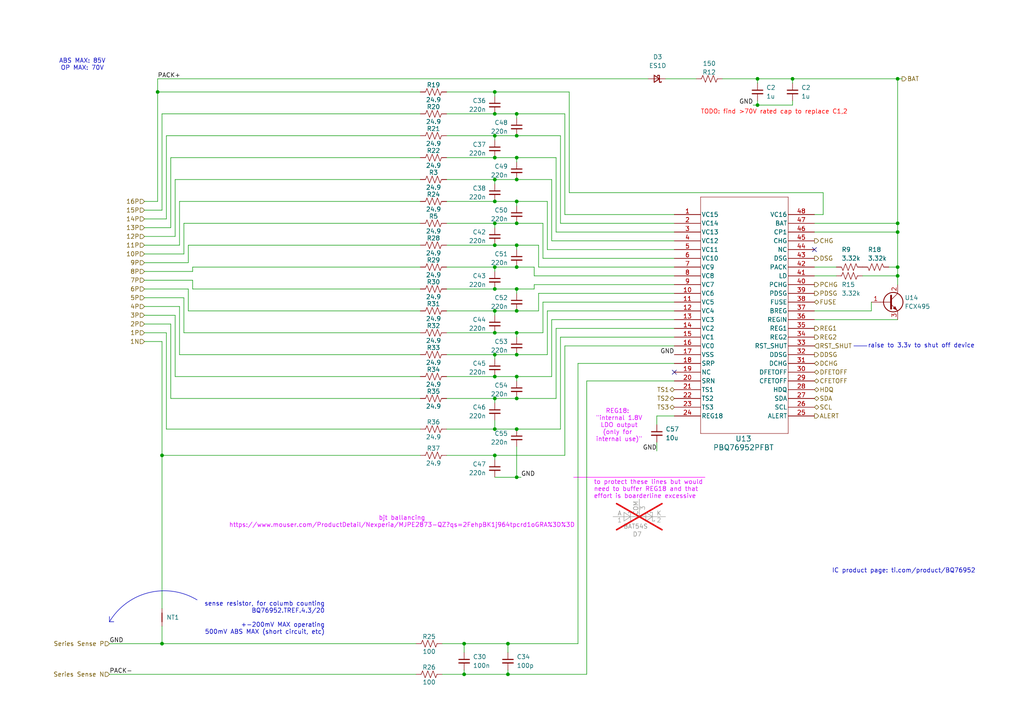
<source format=kicad_sch>
(kicad_sch (version 20250114) (generator "eeschema") (generator_version "9.0")
  (paper "A4")
  (arc (start 31.75 180.34) (mid 43.1349 171.9045) (end 57.15 173.99))
  (text "raise to 3.3v to shut off device" (at 267.208 100.33 0) (effects (font (size 1.27 1.27))))
  (text "bjt ballancing\nhttps://www.mouser.com/ProductDetail/Nexperia/MJPE2873-QZ?qs=2FehpBK1j964tpcrd1oGRA%3D%3D" (at 116.586 151.384 0) (effects (font (size 1.27 1.27))))
  (text "TODO: find >70V rated cap to replace C1,2" (at 224.536 32.512 0) (effects (font (size 1.27 1.27))))
  (text "ABS MAX: 85V\nOP MAX: 70V" (at 23.876 18.796 0) (effects (font (size 1.27 1.27))))
  (text "sense resistor, for columb counting\nBQ76952.TREF.4.3/20\n\n+-200mV MAX operating\n500mV ABS MAX (short circuit, etc)" (at 94.234 174.498 0) (effects (font (size 1.27 1.27)) (justify right top)))
  (text "IC product page: ti.com/product/BQ76952" (at 262.128 165.608 0) (effects (font (size 1.27 1.27))))
  (text "REG18: \n\"internal 1.8V\n LDO output \n(only for \ninternal use)\"" (at 179.578 123.444 0) (effects (font (size 1.27 1.27))))
  (text "to protect these lines but would \nneed to buffer REG18 and that \neffort is boarderline excessive" (at 172.212 139.192 0) (effects (font (size 1.27 1.27)) (justify left top)))
  (junction (at 149.86 52.07))
  (junction (at 149.86 77.47))
  (junction (at 143.51 124.46))
  (junction (at 143.51 83.82))
  (junction (at 260.35 64.77))
  (junction (at 147.32 186.69))
  (junction (at 143.51 39.37))
  (junction (at 149.86 33.02))
  (junction (at 143.51 71.12))
  (junction (at 260.35 22.86))
  (junction (at 45.72 26.67))
  (junction (at 134.62 195.58))
  (junction (at 260.35 80.01))
  (junction (at 143.51 115.57))
  (junction (at 149.86 138.43))
  (junction (at 260.35 67.31))
  (junction (at 147.32 195.58))
  (junction (at 143.51 132.08))
  (junction (at 143.51 45.72))
  (junction (at 229.87 22.86))
  (junction (at 149.86 124.46))
  (junction (at 149.86 83.82))
  (junction (at 46.99 132.08))
  (junction (at 149.86 45.72))
  (junction (at 143.51 77.47))
  (junction (at 149.86 115.57))
  (junction (at 46.99 186.69))
  (junction (at 143.51 33.02))
  (junction (at 143.51 102.87))
  (junction (at 149.86 102.87))
  (junction (at 143.51 90.17))
  (junction (at 149.86 64.77))
  (junction (at 219.71 22.86))
  (junction (at 143.51 52.07))
  (junction (at 219.71 30.48))
  (junction (at 149.86 58.42))
  (junction (at 143.51 109.22))
  (junction (at 143.51 96.52))
  (junction (at 149.86 109.22))
  (junction (at 149.86 39.37))
  (junction (at 260.35 77.47))
  (junction (at 149.86 90.17))
  (junction (at 143.51 58.42))
  (junction (at 149.86 71.12))
  (junction (at 134.62 186.69))
  (junction (at 149.86 96.52))
  (junction (at 143.51 26.67))
  (junction (at 143.51 64.77))
  (no_connect (at 195.58 107.95))
  (no_connect (at 236.22 72.39))
  (wire (pts (xy 143.51 96.52) (xy 149.86 96.52)))
  (polyline (pts (xy 31.75 178.816) (xy 31.75 180.34)))
  (wire (pts (xy 260.35 77.47) (xy 260.35 80.01)))
  (wire (pts (xy 55.88 81.28) (xy 55.88 83.82)))
  (wire (pts (xy 41.91 91.44) (xy 50.8 91.44)))
  (wire (pts (xy 238.76 62.23) (xy 236.22 62.23)))
  (wire (pts (xy 162.56 39.37) (xy 162.56 64.77)))
  (wire (pts (xy 260.35 67.31) (xy 260.35 77.47)))
  (wire (pts (xy 163.83 100.33) (xy 163.83 132.08)))
  (wire (pts (xy 129.54 83.82) (xy 143.51 83.82)))
  (wire (pts (xy 149.86 83.82) (xy 149.86 85.09)))
  (wire (pts (xy 41.91 96.52) (xy 48.26 96.52)))
  (wire (pts (xy 157.48 64.77) (xy 157.48 74.93)))
  (wire (pts (xy 48.26 63.5) (xy 48.26 39.37)))
  (wire (pts (xy 149.86 33.02) (xy 149.86 34.29)))
  (wire (pts (xy 52.07 71.12) (xy 52.07 58.42)))
  (wire (pts (xy 236.22 77.47) (xy 242.57 77.47)))
  (wire (pts (xy 149.86 109.22) (xy 160.02 109.22)))
  (wire (pts (xy 158.75 72.39) (xy 158.75 58.42)))
  (wire (pts (xy 149.86 109.22) (xy 149.86 110.49)))
  (polyline (pts (xy 31.75 180.34) (xy 33.02 180.34)))
  (wire (pts (xy 190.5 123.19) (xy 190.5 120.65)))
  (wire (pts (xy 154.94 82.55) (xy 195.58 82.55)))
  (wire (pts (xy 229.87 30.48) (xy 229.87 29.21)))
  (wire (pts (xy 149.86 77.47) (xy 154.94 77.47)))
  (wire (pts (xy 129.54 90.17) (xy 143.51 90.17)))
  (wire (pts (xy 195.58 67.31) (xy 161.29 67.31)))
  (wire (pts (xy 143.51 53.34) (xy 143.51 52.07)))
  (wire (pts (xy 143.51 45.72) (xy 149.86 45.72)))
  (wire (pts (xy 163.83 62.23) (xy 163.83 33.02)))
  (wire (pts (xy 55.88 78.74) (xy 55.88 77.47)))
  (wire (pts (xy 260.35 80.01) (xy 260.35 82.55)))
  (wire (pts (xy 143.51 27.94) (xy 143.51 26.67)))
  (wire (pts (xy 149.86 71.12) (xy 156.21 71.12)))
  (wire (pts (xy 128.27 195.58) (xy 134.62 195.58)))
  (wire (pts (xy 50.8 68.58) (xy 50.8 52.07)))
  (wire (pts (xy 49.53 93.98) (xy 49.53 115.57)))
  (wire (pts (xy 257.81 77.47) (xy 260.35 77.47)))
  (wire (pts (xy 149.86 71.12) (xy 149.86 72.39)))
  (wire (pts (xy 165.1 55.88) (xy 238.76 55.88)))
  (wire (pts (xy 149.86 58.42) (xy 149.86 59.69)))
  (wire (pts (xy 143.51 64.77) (xy 149.86 64.77)))
  (wire (pts (xy 41.91 76.2) (xy 54.61 76.2)))
  (wire (pts (xy 45.72 58.42) (xy 45.72 26.67)))
  (wire (pts (xy 41.91 83.82) (xy 54.61 83.82)))
  (wire (pts (xy 46.99 186.69) (xy 120.65 186.69)))
  (wire (pts (xy 45.72 22.86) (xy 187.96 22.86)))
  (wire (pts (xy 143.51 71.12) (xy 149.86 71.12)))
  (wire (pts (xy 129.54 115.57) (xy 143.51 115.57)))
  (wire (pts (xy 156.21 77.47) (xy 195.58 77.47)))
  (wire (pts (xy 41.91 73.66) (xy 53.34 73.66)))
  (wire (pts (xy 129.54 33.02) (xy 143.51 33.02)))
  (wire (pts (xy 160.02 92.71) (xy 195.58 92.71)))
  (wire (pts (xy 149.86 124.46) (xy 162.56 124.46)))
  (wire (pts (xy 46.99 99.06) (xy 46.99 132.08)))
  (wire (pts (xy 162.56 64.77) (xy 195.58 64.77)))
  (wire (pts (xy 149.86 64.77) (xy 157.48 64.77)))
  (wire (pts (xy 48.26 124.46) (xy 121.92 124.46)))
  (wire (pts (xy 134.62 195.58) (xy 147.32 195.58)))
  (wire (pts (xy 55.88 77.47) (xy 121.92 77.47)))
  (wire (pts (xy 160.02 52.07) (xy 160.02 69.85)))
  (wire (pts (xy 129.54 109.22) (xy 143.51 109.22)))
  (wire (pts (xy 162.56 97.79) (xy 195.58 97.79)))
  (wire (pts (xy 129.54 71.12) (xy 143.51 71.12)))
  (wire (pts (xy 41.91 71.12) (xy 52.07 71.12)))
  (wire (pts (xy 160.02 109.22) (xy 160.02 92.71)))
  (wire (pts (xy 236.22 92.71) (xy 260.35 92.71)))
  (wire (pts (xy 46.99 33.02) (xy 121.92 33.02)))
  (wire (pts (xy 149.86 45.72) (xy 149.86 46.99)))
  (wire (pts (xy 129.54 124.46) (xy 143.51 124.46)))
  (wire (pts (xy 54.61 76.2) (xy 54.61 71.12)))
  (wire (pts (xy 31.75 186.69) (xy 46.99 186.69)))
  (wire (pts (xy 41.91 81.28) (xy 55.88 81.28)))
  (wire (pts (xy 163.83 33.02) (xy 149.86 33.02)))
  (wire (pts (xy 129.54 39.37) (xy 143.51 39.37)))
  (wire (pts (xy 46.99 132.08) (xy 121.92 132.08)))
  (wire (pts (xy 53.34 64.77) (xy 121.92 64.77)))
  (wire (pts (xy 54.61 71.12) (xy 121.92 71.12)))
  (wire (pts (xy 143.51 33.02) (xy 149.86 33.02)))
  (wire (pts (xy 162.56 124.46) (xy 162.56 97.79)))
  (wire (pts (xy 50.8 109.22) (xy 121.92 109.22)))
  (wire (pts (xy 129.54 58.42) (xy 143.51 58.42)))
  (wire (pts (xy 149.86 96.52) (xy 149.86 97.79)))
  (wire (pts (xy 161.29 115.57) (xy 161.29 95.25)))
  (wire (pts (xy 41.91 60.96) (xy 46.99 60.96)))
  (wire (pts (xy 49.53 115.57) (xy 121.92 115.57)))
  (wire (pts (xy 190.5 120.65) (xy 195.58 120.65)))
  (wire (pts (xy 41.91 68.58) (xy 50.8 68.58)))
  (wire (pts (xy 54.61 90.17) (xy 121.92 90.17)))
  (wire (pts (xy 143.51 124.46) (xy 149.86 124.46)))
  (wire (pts (xy 143.51 58.42) (xy 149.86 58.42)))
  (wire (pts (xy 163.83 100.33) (xy 195.58 100.33)))
  (wire (pts (xy 143.51 77.47) (xy 149.86 77.47)))
  (wire (pts (xy 157.48 74.93) (xy 195.58 74.93)))
  (wire (pts (xy 143.51 115.57) (xy 149.86 115.57)))
  (wire (pts (xy 143.51 109.22) (xy 149.86 109.22)))
  (wire (pts (xy 128.27 186.69) (xy 134.62 186.69)))
  (wire (pts (xy 143.51 90.17) (xy 149.86 90.17)))
  (wire (pts (xy 143.51 39.37) (xy 149.86 39.37)))
  (wire (pts (xy 160.02 69.85) (xy 195.58 69.85)))
  (wire (pts (xy 165.1 26.67) (xy 165.1 55.88)))
  (wire (pts (xy 52.07 58.42) (xy 121.92 58.42)))
  (wire (pts (xy 154.94 80.01) (xy 195.58 80.01)))
  (polyline (pts (xy 31.75 180.34) (xy 31.75 180.34)))
  (polyline (pts (xy 247.65 100.33) (xy 251.46 100.33)))
  (wire (pts (xy 143.51 102.87) (xy 149.86 102.87)))
  (wire (pts (xy 161.29 95.25) (xy 195.58 95.25)))
  (wire (pts (xy 129.54 45.72) (xy 143.51 45.72)))
  (wire (pts (xy 54.61 83.82) (xy 54.61 90.17)))
  (wire (pts (xy 31.75 195.58) (xy 120.65 195.58)))
  (wire (pts (xy 53.34 86.36) (xy 53.34 96.52)))
  (wire (pts (xy 50.8 52.07) (xy 121.92 52.07)))
  (wire (pts (xy 45.72 26.67) (xy 121.92 26.67)))
  (wire (pts (xy 41.91 88.9) (xy 52.07 88.9)))
  (wire (pts (xy 156.21 90.17) (xy 156.21 85.09)))
  (wire (pts (xy 219.71 29.21) (xy 219.71 30.48)))
  (wire (pts (xy 154.94 77.47) (xy 154.94 80.01)))
  (wire (pts (xy 156.21 71.12) (xy 156.21 77.47)))
  (wire (pts (xy 49.53 45.72) (xy 121.92 45.72)))
  (wire (pts (xy 156.21 85.09) (xy 195.58 85.09)))
  (wire (pts (xy 143.51 91.44) (xy 143.51 90.17)))
  (wire (pts (xy 41.91 58.42) (xy 45.72 58.42)))
  (wire (pts (xy 167.64 105.41) (xy 195.58 105.41)))
  (wire (pts (xy 250.19 80.01) (xy 260.35 80.01)))
  (wire (pts (xy 147.32 186.69) (xy 147.32 189.23)))
  (wire (pts (xy 143.51 116.84) (xy 143.51 115.57)))
  (wire (pts (xy 134.62 189.23) (xy 134.62 186.69)))
  (wire (pts (xy 134.62 186.69) (xy 147.32 186.69)))
  (wire (pts (xy 147.32 186.69) (xy 167.64 186.69)))
  (wire (pts (xy 143.51 133.35) (xy 143.51 132.08)))
  (wire (pts (xy 143.51 124.46) (xy 143.51 121.92)))
  (wire (pts (xy 129.54 96.52) (xy 143.51 96.52)))
  (wire (pts (xy 158.75 90.17) (xy 195.58 90.17)))
  (wire (pts (xy 236.22 67.31) (xy 260.35 67.31)))
  (wire (pts (xy 53.34 96.52) (xy 121.92 96.52)))
  (wire (pts (xy 158.75 58.42) (xy 149.86 58.42)))
  (wire (pts (xy 260.35 64.77) (xy 236.22 64.77)))
  (wire (pts (xy 46.99 181.61) (xy 46.99 186.69)))
  (wire (pts (xy 157.48 87.63) (xy 195.58 87.63)))
  (wire (pts (xy 195.58 62.23) (xy 163.83 62.23)))
  (wire (pts (xy 157.48 96.52) (xy 157.48 87.63)))
  (wire (pts (xy 129.54 64.77) (xy 143.51 64.77)))
  (wire (pts (xy 45.72 26.67) (xy 45.72 22.86)))
  (wire (pts (xy 143.51 78.74) (xy 143.51 77.47)))
  (wire (pts (xy 52.07 102.87) (xy 121.92 102.87)))
  (wire (pts (xy 46.99 60.96) (xy 46.99 33.02)))
  (wire (pts (xy 219.71 22.86) (xy 229.87 22.86)))
  (wire (pts (xy 147.32 195.58) (xy 170.18 195.58)))
  (wire (pts (xy 49.53 66.04) (xy 49.53 45.72)))
  (wire (pts (xy 143.51 40.64) (xy 143.51 39.37)))
  (wire (pts (xy 209.55 22.86) (xy 219.71 22.86)))
  (wire (pts (xy 46.99 132.08) (xy 46.99 176.53)))
  (wire (pts (xy 41.91 99.06) (xy 46.99 99.06)))
  (wire (pts (xy 151.13 138.43) (xy 149.86 138.43)))
  (wire (pts (xy 41.91 66.04) (xy 49.53 66.04)))
  (wire (pts (xy 48.26 96.52) (xy 48.26 124.46)))
  (wire (pts (xy 161.29 67.31) (xy 161.29 45.72)))
  (wire (pts (xy 134.62 195.58) (xy 134.62 194.31)))
  (wire (pts (xy 52.07 88.9) (xy 52.07 102.87)))
  (wire (pts (xy 195.58 72.39) (xy 158.75 72.39)))
  (wire (pts (xy 149.86 90.17) (xy 156.21 90.17)))
  (wire (pts (xy 149.86 129.54) (xy 149.86 138.43)))
  (wire (pts (xy 219.71 22.86) (xy 219.71 24.13)))
  (wire (pts (xy 41.91 86.36) (xy 53.34 86.36)))
  (wire (pts (xy 149.86 115.57) (xy 161.29 115.57)))
  (wire (pts (xy 48.26 39.37) (xy 121.92 39.37)))
  (wire (pts (xy 149.86 52.07) (xy 160.02 52.07)))
  (wire (pts (xy 41.91 63.5) (xy 48.26 63.5)))
  (wire (pts (xy 236.22 80.01) (xy 242.57 80.01)))
  (wire (pts (xy 149.86 96.52) (xy 157.48 96.52)))
  (wire (pts (xy 149.86 39.37) (xy 162.56 39.37)))
  (wire (pts (xy 143.51 83.82) (xy 149.86 83.82)))
  (wire (pts (xy 154.94 83.82) (xy 154.94 82.55)))
  (wire (pts (xy 143.51 132.08) (xy 163.83 132.08)))
  (wire (pts (xy 143.51 104.14) (xy 143.51 102.87)))
  (wire (pts (xy 219.71 30.48) (xy 229.87 30.48)))
  (polyline (pts (xy 166.37 138.43) (xy 204.47 138.43)) (stroke (width 0) (color 255 0 255 1)))
  (wire (pts (xy 143.51 66.04) (xy 143.51 64.77)))
  (wire (pts (xy 149.86 83.82) (xy 154.94 83.82)))
  (wire (pts (xy 147.32 195.58) (xy 147.32 194.31)))
  (wire (pts (xy 260.35 22.86) (xy 261.62 22.86)))
  (wire (pts (xy 260.35 22.86) (xy 260.35 64.77)))
  (wire (pts (xy 238.76 55.88) (xy 238.76 62.23)))
  (wire (pts (xy 149.86 138.43) (xy 143.51 138.43)))
  (wire (pts (xy 50.8 91.44) (xy 50.8 109.22)))
  (wire (pts (xy 129.54 26.67) (xy 143.51 26.67)))
  (wire (pts (xy 161.29 45.72) (xy 149.86 45.72)))
  (wire (pts (xy 41.91 78.74) (xy 55.88 78.74)))
  (wire (pts (xy 129.54 77.47) (xy 143.51 77.47)))
  (wire (pts (xy 158.75 102.87) (xy 158.75 90.17)))
  (wire (pts (xy 143.51 26.67) (xy 165.1 26.67)))
  (wire (pts (xy 252.73 87.63) (xy 252.73 90.17)))
  (wire (pts (xy 218.44 30.48) (xy 219.71 30.48)))
  (wire (pts (xy 252.73 90.17) (xy 236.22 90.17)))
  (wire (pts (xy 143.51 52.07) (xy 149.86 52.07)))
  (wire (pts (xy 229.87 22.86) (xy 260.35 22.86)))
  (wire (pts (xy 55.88 83.82) (xy 121.92 83.82)))
  (wire (pts (xy 229.87 24.13) (xy 229.87 22.86)))
  (wire (pts (xy 149.86 102.87) (xy 158.75 102.87)))
  (wire (pts (xy 167.64 105.41) (xy 167.64 186.69)))
  (wire (pts (xy 260.35 64.77) (xy 260.35 67.31)))
  (wire (pts (xy 129.54 102.87) (xy 143.51 102.87)))
  (wire (pts (xy 190.5 130.81) (xy 190.5 128.27)))
  (wire (pts (xy 170.18 110.49) (xy 195.58 110.49)))
  (wire (pts (xy 193.04 22.86) (xy 201.93 22.86)))
  (wire (pts (xy 170.18 110.49) (xy 170.18 195.58)))
  (wire (pts (xy 53.34 73.66) (xy 53.34 64.77)))
  (wire (pts (xy 41.91 93.98) (xy 49.53 93.98)))
  (wire (pts (xy 129.54 132.08) (xy 143.51 132.08)))
  (wire (pts (xy 129.54 52.07) (xy 143.51 52.07)))
  (label "PACK+" (at 45.72 22.86 0))
  (label "GND" (at 218.44 30.48 180))
  (label "GND" (at 190.5 130.81 180))
  (label "GND" (at 151.13 138.43 0))
  (label "PACK-" (at 31.75 195.58 0))
  (label "GND" (at 31.75 186.69 0))
  (label "GND" (at 195.58 102.87 180))
  (hierarchical_label "TS2" (shape bidirectional) (at 195.58 115.57 180))
  (hierarchical_label "6P" (shape input) (at 41.91 83.82 180))
  (hierarchical_label "5P" (shape input) (at 41.91 86.36 180))
  (hierarchical_label "1N" (shape input) (at 41.91 99.06 180))
  (hierarchical_label "CFETOFF" (shape bidirectional) (at 236.22 110.49 0))
  (hierarchical_label "BAT" (shape output) (at 261.62 22.86 0))
  (hierarchical_label "14P" (shape input) (at 41.91 63.5 180))
  (hierarchical_label "3P" (shape input) (at 41.91 91.44 180))
  (hierarchical_label "PCHG" (shape output) (at 236.22 82.55 0))
  (hierarchical_label "REG1" (shape output) (at 236.22 95.25 0))
  (hierarchical_label "7P" (shape input) (at 41.91 81.28 180))
  (hierarchical_label "HDQ" (shape bidirectional) (at 236.22 113.03 0))
  (hierarchical_label "2P" (shape input) (at 41.91 93.98 180))
  (hierarchical_label "ALERT" (shape output) (at 236.22 120.65 0))
  (hierarchical_label "DFETOFF" (shape bidirectional) (at 236.22 107.95 0))
  (hierarchical_label "12P" (shape input) (at 41.91 68.58 180))
  (hierarchical_label "SCL" (shape bidirectional) (at 236.22 118.11 0))
  (hierarchical_label "DSG" (shape output) (at 236.22 74.93 0))
  (hierarchical_label "9P" (shape input) (at 41.91 76.2 180))
  (hierarchical_label "PDSG" (shape output) (at 236.22 85.09 0))
  (hierarchical_label "Series Sense P" (shape input) (at 31.75 186.69 180))
  (hierarchical_label "11P" (shape input) (at 41.91 71.12 180))
  (hierarchical_label "FUSE" (shape bidirectional) (at 236.22 87.63 0))
  (hierarchical_label "SDA" (shape bidirectional) (at 236.22 115.57 0))
  (hierarchical_label "CHG" (shape output) (at 236.22 69.85 0))
  (hierarchical_label "TS1" (shape bidirectional) (at 195.58 113.03 180))
  (hierarchical_label "DDSG" (shape output) (at 236.22 102.87 0))
  (hierarchical_label "15P" (shape input) (at 41.91 60.96 180))
  (hierarchical_label "8P" (shape input) (at 41.91 78.74 180))
  (hierarchical_label "REG2" (shape output) (at 236.22 97.79 0))
  (hierarchical_label "Series Sense N" (shape input) (at 31.75 195.58 180))
  (hierarchical_label "4P" (shape input) (at 41.91 88.9 180))
  (hierarchical_label "1P" (shape input) (at 41.91 96.52 180))
  (hierarchical_label "DCHG" (shape bidirectional) (at 236.22 105.41 0))
  (hierarchical_label "16P" (shape input) (at 41.91 58.42 180))
  (hierarchical_label "10P" (shape input) (at 41.91 73.66 180))
  (hierarchical_label "13P" (shape input) (at 41.91 66.04 180))
  (hierarchical_label "TS3" (shape bidirectional) (at 195.58 118.11 180))
  (hierarchical_label "RST_SHUT" (shape input) (at 236.22 100.33 0))
  (symbol (lib_id "Device:R_US") (at 125.73 33.02 90) (unit 1)
    (property "Reference" "R20" (at 125.73 30.988 90))
    (property "Value" "24.9" (at 125.73 35.306 90))
    (property "Footprint" "Resistor_SMD:R_0805_2012Metric_Pad1.20x1.40mm_HandSolder" (effects (hide yes)))
    (property "Datasheet" "https://www.mouser.com/ProductDetail/Panasonic/ERJ-P08F51R0V?qs=iIVTEDlrHA3LnOLNS7SmEw%3D%3D" (effects (hide yes)))
    (property "Description" "Resistor, US symbol" (effects (hide yes)))
    (property "mouser" "https://www.mouser.com/ProductDetail/ROHM-Semiconductor/ESR10EZPF24R9?qs=sGAEpiMZZMvdGkrng054t621aZ%2Fa1rARAxfqvwsUFPX3HFgeecr2BA%3D%3D" (effects (hide yes)))
    (property "specs" "24.9Ohm, 1%, anti-surge, 500mW, 150V, 100ppm, -55c, 155c" (effects (hide yes)))
    (property "unit x10" "0.056" (effects (hide yes)))
  )
  (symbol (lib_id "Device:R_US") (at 125.73 124.46 90) (unit 1)
    (property "Reference" "R36" (at 125.73 122.428 90))
    (property "Value" "24.9" (at 125.73 126.746 90))
    (property "Footprint" "Resistor_SMD:R_0805_2012Metric_Pad1.20x1.40mm_HandSolder" (effects (hide yes)))
    (property "Datasheet" "https://www.mouser.com/ProductDetail/Panasonic/ERJ-P08F51R0V?qs=iIVTEDlrHA3LnOLNS7SmEw%3D%3D" (effects (hide yes)))
    (property "Description" "Resistor, US symbol" (effects (hide yes)))
    (property "mouser" "https://www.mouser.com/ProductDetail/ROHM-Semiconductor/ESR10EZPF24R9?qs=sGAEpiMZZMvdGkrng054t621aZ%2Fa1rARAxfqvwsUFPX3HFgeecr2BA%3D%3D" (effects (hide yes)))
    (property "specs" "24.9Ohm, 1%, anti-surge, 500mW, 150V, 100ppm, -55c, 155c" (effects (hide yes)))
    (property "unit x10" "0.056" (effects (hide yes)))
  )
  (symbol (lib_id "Device:C_Small") (at 229.87 26.67 0) (unit 1)
    (property "Reference" "C2" (at 232.41 25.4062 0) (effects (justify left)))
    (property "Value" "1u" (at 232.41 27.9462 0) (effects (justify left)))
    (property "Footprint" "Capacitor_SMD:C_1206_3216Metric_Pad1.33x1.80mm_HandSolder" (effects (hide yes)))
    (property "Description" "100.Vdc, 10%, +125C" (effects (hide yes)))
    (property "mouser" "https://www.mouser.com/ProductDetail/Samsung-Electro-Mechanics/CL31B105KCHNNNE?qs=349EhDEZ59qH1i3RhF2lug%3D%3D" (effects (hide yes)))
    (property "specs" "1uF, 100VDC, X7R, 10%, -55C, +125C" (effects (hide yes)))
    (property "unit x10" "0.07" (effects (hide yes)))
  )
  (symbol (lib_id "Device:C_Small") (at 219.71 26.67 0) (unit 1)
    (property "Reference" "C2" (at 222.25 25.4062 0) (effects (justify left)))
    (property "Value" "1u" (at 222.25 27.9462 0) (effects (justify left)))
    (property "Footprint" "Capacitor_SMD:C_1206_3216Metric_Pad1.33x1.80mm_HandSolder" (effects (hide yes)))
    (property "Description" "100.Vdc, 10%, +125C" (effects (hide yes)))
    (property "mouser" "https://www.mouser.com/ProductDetail/Samsung-Electro-Mechanics/CL31B105KCHNNNE?qs=349EhDEZ59qH1i3RhF2lug%3D%3D" (effects (hide yes)))
    (property "specs" "1uF, 100VDC, X7R, 10%, -55C, +125C" (effects (hide yes)))
    (property "unit x10" "0.07" (effects (hide yes)))
  )
  (symbol (lib_id "Device:R_US") (at 125.73 115.57 90) (unit 1)
    (property "Reference" "R35" (at 125.73 113.538 90))
    (property "Value" "24.9" (at 125.73 117.856 90))
    (property "Footprint" "Resistor_SMD:R_0805_2012Metric_Pad1.20x1.40mm_HandSolder" (effects (hide yes)))
    (property "Datasheet" "https://www.mouser.com/ProductDetail/Panasonic/ERJ-P08F51R0V?qs=iIVTEDlrHA3LnOLNS7SmEw%3D%3D" (effects (hide yes)))
    (property "Description" "Resistor, US symbol" (effects (hide yes)))
    (property "mouser" "https://www.mouser.com/ProductDetail/ROHM-Semiconductor/ESR10EZPF24R9?qs=sGAEpiMZZMvdGkrng054t621aZ%2Fa1rARAxfqvwsUFPX3HFgeecr2BA%3D%3D" (effects (hide yes)))
    (property "specs" "24.9Ohm, 1%, anti-surge, 500mW, 150V, 100ppm, -55c, 155c" (effects (hide yes)))
    (property "unit x10" "0.056" (effects (hide yes)))
  )
  (symbol (lib_id "zzLocalLibrary:FCX485_NPN_BJT") (at 259.08 87.63 0) (unit 1)
    (property "Reference" "U14" (at 262.382 86.36 0) (effects (justify left)))
    (property "Value" "FCX495" (at 262.382 88.9 0) (effects (justify left)))
    (property "Footprint" "Package_TO_SOT_SMD:SOT-89-3" (effects (hide yes)))
    (property "Datasheet" "https://www.mouser.com/datasheet/2/115/FCX495-3215865.pdf" (effects (hide yes)))
    (property "Description" "1A continuous, BVce > 150V" (effects (hide yes)))
    (property "mouser" "https://www.mouser.com/ProductDetail/Diodes-Incorporated/FCX495TA?qs=fpoYs8%2FwAu9bxDJK3FfPWA%3D%3D" (effects (hide yes)))
    (property "unit x10" "0.34" (effects (hide yes)))
  )
  (symbol (lib_id "Device:C_Small") (at 143.51 81.28 0) (mirror y) (unit 1)
    (property "Reference" "C43" (at 140.97 80.0162 0) (effects (justify left)))
    (property "Value" "220n" (at 140.97 82.5562 0) (effects (justify left)))
    (property "Footprint" "Capacitor_SMD:C_1206_3216Metric_Pad1.33x1.80mm_HandSolder" (effects (hide yes)))
    (property "Datasheet" "https://www.mouser.com/ProductDetail/Samsung-Electro-Mechanics/CL31B224KBFNNNF?qs=sGAEpiMZZMsh%252B1woXyUXj7iNKXiFkBmw7C%252BUlKpuDJ8%3D" (effects (hide yes)))
    (property "Description" "50Vdc, 10%, +125C" (effects (hide yes)))
    (property "mouser" "https://www.mouser.com/ProductDetail/Samsung-Electro-Mechanics/CL31B224KBFNNNF?qs=sGAEpiMZZMsh%252B1woXyUXj7iNKXiFkBmw7C%252BUlKpuDJ8%3D" (effects (hide yes)))
    (property "specs" "50VDC, X7R, 10%, -55C, +125C, 220nF" (effects (hide yes)))
    (property "unit x10" "0.054" (effects (hide yes)))
  )
  (symbol (lib_id "Device:R_US") (at 125.73 96.52 90) (unit 1)
    (property "Reference" "R32" (at 125.73 94.488 90))
    (property "Value" "24.9" (at 125.73 98.806 90))
    (property "Footprint" "Resistor_SMD:R_0805_2012Metric_Pad1.20x1.40mm_HandSolder" (effects (hide yes)))
    (property "Datasheet" "https://www.mouser.com/ProductDetail/Panasonic/ERJ-P08F51R0V?qs=iIVTEDlrHA3LnOLNS7SmEw%3D%3D" (effects (hide yes)))
    (property "Description" "Resistor, US symbol" (effects (hide yes)))
    (property "mouser" "https://www.mouser.com/ProductDetail/ROHM-Semiconductor/ESR10EZPF24R9?qs=sGAEpiMZZMvdGkrng054t621aZ%2Fa1rARAxfqvwsUFPX3HFgeecr2BA%3D%3D" (effects (hide yes)))
    (property "specs" "24.9Ohm, 1%, anti-surge, 500mW, 150V, 100ppm, -55c, 155c" (effects (hide yes)))
    (property "unit x10" "0.056" (effects (hide yes)))
  )
  (symbol (lib_id "Device:R_US") (at 125.73 109.22 90) (unit 1)
    (property "Reference" "R34" (at 125.73 107.188 90))
    (property "Value" "24.9" (at 125.73 111.506 90))
    (property "Footprint" "Resistor_SMD:R_0805_2012Metric_Pad1.20x1.40mm_HandSolder" (effects (hide yes)))
    (property "Datasheet" "https://www.mouser.com/ProductDetail/Panasonic/ERJ-P08F51R0V?qs=iIVTEDlrHA3LnOLNS7SmEw%3D%3D" (effects (hide yes)))
    (property "Description" "Resistor, US symbol" (effects (hide yes)))
    (property "mouser" "https://www.mouser.com/ProductDetail/ROHM-Semiconductor/ESR10EZPF24R9?qs=sGAEpiMZZMvdGkrng054t621aZ%2Fa1rARAxfqvwsUFPX3HFgeecr2BA%3D%3D" (effects (hide yes)))
    (property "specs" "24.9Ohm, 1%, anti-surge, 500mW, 150V, 100ppm, -55c, 155c" (effects (hide yes)))
    (property "unit x10" "0.056" (effects (hide yes)))
  )
  (symbol (lib_id "Diode:BAT54S") (at 185.42 149.86 0) (mirror x) (unit 1) (exclude_from_sim yes) (in_bom no) (on_board no) (dnp yes)
    (property "Reference" "D7" (at 186.182 154.94 0) (effects (justify right)))
    (property "Value" "BAT54S" (at 187.96 152.654 0) (effects (justify right)))
    (property "Footprint" "Package_TO_SOT_SMD:SOT-23-3" (effects (hide yes)))
    (property "Datasheet" "https://www.diodes.com/assets/Datasheets/ds11005.pdf" (effects (hide yes)))
    (property "Description" "Vr 30V, If 200mA, Dual schottky barrier diode, in series, SOT-323" (effects (hide yes)))
    (property "mouser" "https://www.mouser.com/ProductDetail/STMicroelectronics/BAT54SFILMY?qs=aA7MvVR8Lz9WP7KctxVz6g%3D%3D" (effects (hide yes)))
    (property "unit x10" "0.136" (effects (hide yes)))
    (property "unit x1" "0.24" (effects (hide yes)))
  )
  (symbol (lib_id "Device:C_Small") (at 143.51 68.58 0) (mirror y) (unit 1)
    (property "Reference" "C42" (at 140.97 67.3162 0) (effects (justify left)))
    (property "Value" "220n" (at 140.97 69.8562 0) (effects (justify left)))
    (property "Footprint" "Capacitor_SMD:C_1206_3216Metric_Pad1.33x1.80mm_HandSolder" (effects (hide yes)))
    (property "Datasheet" "https://www.mouser.com/ProductDetail/Samsung-Electro-Mechanics/CL31B224KBFNNNF?qs=sGAEpiMZZMsh%252B1woXyUXj7iNKXiFkBmw7C%252BUlKpuDJ8%3D" (effects (hide yes)))
    (property "Description" "50Vdc, 10%, +125C" (effects (hide yes)))
    (property "mouser" "https://www.mouser.com/ProductDetail/Samsung-Electro-Mechanics/CL31B224KBFNNNF?qs=sGAEpiMZZMsh%252B1woXyUXj7iNKXiFkBmw7C%252BUlKpuDJ8%3D" (effects (hide yes)))
    (property "specs" "50VDC, X7R, 10%, -55C, +125C, 220nF" (effects (hide yes)))
    (property "unit x10" "0.054" (effects (hide yes)))
  )
  (symbol (lib_id "Device:R_US") (at 125.73 39.37 90) (unit 1)
    (property "Reference" "R21" (at 125.73 37.338 90))
    (property "Value" "24.9" (at 125.73 41.656 90))
    (property "Footprint" "Resistor_SMD:R_0805_2012Metric_Pad1.20x1.40mm_HandSolder" (effects (hide yes)))
    (property "Datasheet" "https://www.mouser.com/ProductDetail/Panasonic/ERJ-P08F51R0V?qs=iIVTEDlrHA3LnOLNS7SmEw%3D%3D" (effects (hide yes)))
    (property "Description" "Resistor, US symbol" (effects (hide yes)))
    (property "mouser" "https://www.mouser.com/ProductDetail/ROHM-Semiconductor/ESR10EZPF24R9?qs=sGAEpiMZZMvdGkrng054t621aZ%2Fa1rARAxfqvwsUFPX3HFgeecr2BA%3D%3D" (effects (hide yes)))
    (property "specs" "24.9Ohm, 1%, anti-surge, 500mW, 150V, 100ppm, -55c, 155c" (effects (hide yes)))
    (property "unit x10" "0.056" (effects (hide yes)))
  )
  (symbol (lib_id "Device:C_Small") (at 143.51 106.68 0) (mirror y) (unit 1)
    (property "Reference" "C45" (at 140.97 105.4162 0) (effects (justify left)))
    (property "Value" "220n" (at 140.97 107.9562 0) (effects (justify left)))
    (property "Footprint" "Capacitor_SMD:C_1206_3216Metric_Pad1.33x1.80mm_HandSolder" (effects (hide yes)))
    (property "Datasheet" "https://www.mouser.com/ProductDetail/Samsung-Electro-Mechanics/CL31B224KBFNNNF?qs=sGAEpiMZZMsh%252B1woXyUXj7iNKXiFkBmw7C%252BUlKpuDJ8%3D" (effects (hide yes)))
    (property "Description" "50Vdc, 10%, +125C" (effects (hide yes)))
    (property "mouser" "https://www.mouser.com/ProductDetail/Samsung-Electro-Mechanics/CL31B224KBFNNNF?qs=sGAEpiMZZMsh%252B1woXyUXj7iNKXiFkBmw7C%252BUlKpuDJ8%3D" (effects (hide yes)))
    (property "specs" "50VDC, X7R, 10%, -55C, +125C, 220nF" (effects (hide yes)))
    (property "unit x10" "0.054" (effects (hide yes)))
  )
  (symbol (lib_id "Device:R_US") (at 125.73 77.47 90) (unit 1)
    (property "Reference" "R29" (at 125.73 75.438 90))
    (property "Value" "24.9" (at 125.73 79.756 90))
    (property "Footprint" "Resistor_SMD:R_0805_2012Metric_Pad1.20x1.40mm_HandSolder" (effects (hide yes)))
    (property "Datasheet" "https://www.mouser.com/ProductDetail/Panasonic/ERJ-P08F51R0V?qs=iIVTEDlrHA3LnOLNS7SmEw%3D%3D" (effects (hide yes)))
    (property "Description" "Resistor, US symbol" (effects (hide yes)))
    (property "mouser" "https://www.mouser.com/ProductDetail/ROHM-Semiconductor/ESR10EZPF24R9?qs=sGAEpiMZZMvdGkrng054t621aZ%2Fa1rARAxfqvwsUFPX3HFgeecr2BA%3D%3D" (effects (hide yes)))
    (property "specs" "24.9Ohm, 1%, anti-surge, 500mW, 150V, 100ppm, -55c, 155c" (effects (hide yes)))
    (property "unit x10" "0.056" (effects (hide yes)))
  )
  (symbol (lib_id "Device:R_US") (at 125.73 102.87 90) (unit 1)
    (property "Reference" "R33" (at 125.73 100.838 90))
    (property "Value" "24.9" (at 125.73 105.156 90))
    (property "Footprint" "Resistor_SMD:R_0805_2012Metric_Pad1.20x1.40mm_HandSolder" (effects (hide yes)))
    (property "Datasheet" "https://www.mouser.com/ProductDetail/Panasonic/ERJ-P08F51R0V?qs=iIVTEDlrHA3LnOLNS7SmEw%3D%3D" (effects (hide yes)))
    (property "Description" "Resistor, US symbol" (effects (hide yes)))
    (property "mouser" "https://www.mouser.com/ProductDetail/ROHM-Semiconductor/ESR10EZPF24R9?qs=sGAEpiMZZMvdGkrng054t621aZ%2Fa1rARAxfqvwsUFPX3HFgeecr2BA%3D%3D" (effects (hide yes)))
    (property "specs" "24.9Ohm, 1%, anti-surge, 500mW, 150V, 100ppm, -55c, 155c" (effects (hide yes)))
    (property "unit x10" "0.056" (effects (hide yes)))
  )
  (symbol (lib_id "Device:C_Small") (at 143.51 43.18 0) (mirror y) (unit 1)
    (property "Reference" "C37" (at 140.97 41.9162 0) (effects (justify left)))
    (property "Value" "220n" (at 140.97 44.4562 0) (effects (justify left)))
    (property "Footprint" "Capacitor_SMD:C_1206_3216Metric_Pad1.33x1.80mm_HandSolder" (effects (hide yes)))
    (property "Datasheet" "https://www.mouser.com/ProductDetail/Samsung-Electro-Mechanics/CL31B224KBFNNNF?qs=sGAEpiMZZMsh%252B1woXyUXj7iNKXiFkBmw7C%252BUlKpuDJ8%3D" (effects (hide yes)))
    (property "Description" "50Vdc, 10%, +125C" (effects (hide yes)))
    (property "mouser" "https://www.mouser.com/ProductDetail/Samsung-Electro-Mechanics/CL31B224KBFNNNF?qs=sGAEpiMZZMsh%252B1woXyUXj7iNKXiFkBmw7C%252BUlKpuDJ8%3D" (effects (hide yes)))
    (property "specs" "50VDC, X7R, 10%, -55C, +125C, 220nF" (effects (hide yes)))
    (property "unit x10" "0.054" (effects (hide yes)))
  )
  (symbol (lib_id "Device:R_US") (at 125.73 52.07 90) (unit 1)
    (property "Reference" "R3" (at 125.73 50.038 90))
    (property "Value" "24.9" (at 125.73 54.356 90))
    (property "Footprint" "Resistor_SMD:R_0805_2012Metric_Pad1.20x1.40mm_HandSolder" (effects (hide yes)))
    (property "Datasheet" "https://www.mouser.com/ProductDetail/Panasonic/ERJ-P08F51R0V?qs=iIVTEDlrHA3LnOLNS7SmEw%3D%3D" (effects (hide yes)))
    (property "Description" "Resistor, US symbol" (effects (hide yes)))
    (property "mouser" "https://www.mouser.com/ProductDetail/ROHM-Semiconductor/ESR10EZPF24R9?qs=sGAEpiMZZMvdGkrng054t621aZ%2Fa1rARAxfqvwsUFPX3HFgeecr2BA%3D%3D" (effects (hide yes)))
    (property "specs" "24.9Ohm, 1%, anti-surge, 500mW, 150V, 100ppm, -55c, 155c" (effects (hide yes)))
    (property "unit x10" "0.056" (effects (hide yes)))
  )
  (symbol (lib_id "Device:C_Small") (at 143.51 93.98 0) (mirror y) (unit 1)
    (property "Reference" "C44" (at 140.97 92.7162 0) (effects (justify left)))
    (property "Value" "220n" (at 140.97 95.2562 0) (effects (justify left)))
    (property "Footprint" "Capacitor_SMD:C_1206_3216Metric_Pad1.33x1.80mm_HandSolder" (effects (hide yes)))
    (property "Datasheet" "https://www.mouser.com/ProductDetail/Samsung-Electro-Mechanics/CL31B224KBFNNNF?qs=sGAEpiMZZMsh%252B1woXyUXj7iNKXiFkBmw7C%252BUlKpuDJ8%3D" (effects (hide yes)))
    (property "Description" "50Vdc, 10%, +125C" (effects (hide yes)))
    (property "mouser" "https://www.mouser.com/ProductDetail/Samsung-Electro-Mechanics/CL31B224KBFNNNF?qs=sGAEpiMZZMsh%252B1woXyUXj7iNKXiFkBmw7C%252BUlKpuDJ8%3D" (effects (hide yes)))
    (property "specs" "50VDC, X7R, 10%, -55C, +125C, 220nF" (effects (hide yes)))
    (property "unit x10" "0.054" (effects (hide yes)))
  )
  (symbol (lib_id "Device:R_US") (at 125.73 58.42 90) (unit 1)
    (property "Reference" "R24" (at 125.73 56.388 90))
    (property "Value" "24.9" (at 125.73 60.706 90))
    (property "Footprint" "Resistor_SMD:R_0805_2012Metric_Pad1.20x1.40mm_HandSolder" (effects (hide yes)))
    (property "Datasheet" "https://www.mouser.com/ProductDetail/Panasonic/ERJ-P08F51R0V?qs=iIVTEDlrHA3LnOLNS7SmEw%3D%3D" (effects (hide yes)))
    (property "Description" "Resistor, US symbol" (effects (hide yes)))
    (property "mouser" "https://www.mouser.com/ProductDetail/ROHM-Semiconductor/ESR10EZPF24R9?qs=sGAEpiMZZMvdGkrng054t621aZ%2Fa1rARAxfqvwsUFPX3HFgeecr2BA%3D%3D" (effects (hide yes)))
    (property "specs" "24.9Ohm, 1%, anti-surge, 500mW, 150V, 100ppm, -55c, 155c" (effects (hide yes)))
    (property "unit x10" "0.056" (effects (hide yes)))
  )
  (symbol (lib_id "Device:C_Small") (at 149.86 87.63 0) (mirror y) (unit 1)
    (property "Reference" "C52" (at 147.32 86.3662 0) (effects (justify left)))
    (property "Value" "220n" (at 147.32 88.9062 0) (effects (justify left)))
    (property "Footprint" "Capacitor_SMD:C_1206_3216Metric_Pad1.33x1.80mm_HandSolder" (effects (hide yes)))
    (property "Datasheet" "https://www.mouser.com/ProductDetail/Samsung-Electro-Mechanics/CL31B224KBFNNNF?qs=sGAEpiMZZMsh%252B1woXyUXj7iNKXiFkBmw7C%252BUlKpuDJ8%3D" (effects (hide yes)))
    (property "Description" "50Vdc, 10%, +125C" (effects (hide yes)))
    (property "mouser" "https://www.mouser.com/ProductDetail/Samsung-Electro-Mechanics/CL31B224KBFNNNF?qs=sGAEpiMZZMsh%252B1woXyUXj7iNKXiFkBmw7C%252BUlKpuDJ8%3D" (effects (hide yes)))
    (property "specs" "50VDC, X7R, 10%, -55C, +125C, 220nF" (effects (hide yes)))
    (property "unit x10" "0.054" (effects (hide yes)))
  )
  (symbol (lib_id "Device:R_US") (at 254 77.47 90) (mirror x) (unit 1)
    (property "Reference" "R18" (at 251.714 72.39 90) (effects (justify right)))
    (property "Value" "3.32k" (at 251.714 74.93 90) (effects (justify right)))
    (property "Footprint" "Resistor_SMD:R_0805_2012Metric_Pad1.20x1.40mm_HandSolder" (effects (hide yes)))
    (property "Description" "Resistor, US symbol" (effects (hide yes)))
    (property "mouser" "https://www.mouser.com/ProductDetail/Walsin/WR08X3321FTL?qs=sGAEpiMZZMvdGkrng054twKDKoBh%252BscnhzVUopLjNIsmzZlnTa4U1w%3D%3D" (effects (hide yes)))
    (property "specs" "3.32kOhm, 1%, 150V, 125mW, 100ppm, -55C, 155C" (effects (hide yes)))
    (property "unit x10" "0.019" (effects (hide yes)))
    (property "unit x1" "0.1" (effects (hide yes)))
  )
  (symbol (lib_id "Device:R_US") (at 125.73 45.72 90) (unit 1)
    (property "Reference" "R22" (at 125.73 43.688 90))
    (property "Value" "24.9" (at 125.73 48.006 90))
    (property "Footprint" "Resistor_SMD:R_0805_2012Metric_Pad1.20x1.40mm_HandSolder" (effects (hide yes)))
    (property "Datasheet" "https://www.mouser.com/ProductDetail/Panasonic/ERJ-P08F51R0V?qs=iIVTEDlrHA3LnOLNS7SmEw%3D%3D" (effects (hide yes)))
    (property "Description" "Resistor, US symbol" (effects (hide yes)))
    (property "mouser" "https://www.mouser.com/ProductDetail/ROHM-Semiconductor/ESR10EZPF24R9?qs=sGAEpiMZZMvdGkrng054t621aZ%2Fa1rARAxfqvwsUFPX3HFgeecr2BA%3D%3D" (effects (hide yes)))
    (property "specs" "24.9Ohm, 1%, anti-surge, 500mW, 150V, 100ppm, -55c, 155c" (effects (hide yes)))
    (property "unit x10" "0.056" (effects (hide yes)))
  )
  (symbol (lib_id "Device:R_US") (at 125.73 132.08 90) (unit 1)
    (property "Reference" "R37" (at 125.73 130.048 90))
    (property "Value" "24.9" (at 125.73 134.366 90))
    (property "Footprint" "Resistor_SMD:R_0805_2012Metric_Pad1.20x1.40mm_HandSolder" (effects (hide yes)))
    (property "Datasheet" "https://www.mouser.com/ProductDetail/Panasonic/ERJ-P08F51R0V?qs=iIVTEDlrHA3LnOLNS7SmEw%3D%3D" (effects (hide yes)))
    (property "Description" "Resistor, US symbol" (effects (hide yes)))
    (property "mouser" "https://www.mouser.com/ProductDetail/ROHM-Semiconductor/ESR10EZPF24R9?qs=sGAEpiMZZMvdGkrng054t621aZ%2Fa1rARAxfqvwsUFPX3HFgeecr2BA%3D%3D" (effects (hide yes)))
    (property "specs" "24.9Ohm, 1%, anti-surge, 500mW, 150V, 100ppm, -55c, 155c" (effects (hide yes)))
    (property "unit x10" "0.056" (effects (hide yes)))
  )
  (symbol (lib_id "zzLocalLibrary:PBQ76952PFBT") (at 195.58 62.23 0) (unit 1)
    (property "Reference" "U13" (at 215.646 127.254 0) (effects (font (size 1.524 1.524))))
    (property "Value" "PBQ76952PFBT" (at 215.646 129.794 0) (effects (font (size 1.524 1.524))))
    (property "Footprint" "zzLocalLibraries-Footprints:BQ76952_PFB48_TEX" (effects (hide yes)))
    (property "Datasheet" "https://www.mouser.com/ProductDetail/Texas-Instruments/BQ76952PFBR?qs=zW32dvEIR3tYeZDtcUwdQA%3D%3D" (effects (hide yes)))
    (property "mouser" "https://www.mouser.com/ProductDetail/Texas-Instruments/BQ7695204PFBR?qs=iLbezkQI%252BsiEQall6bGLHw%3D%3D&srsltid=AfmBOortQS0ZF7nyGONpPu2GM9H0Yt_aAZOvNG6JzQEqbOzrseuaG7sd" (effects (hide yes)))
  )
  (symbol (lib_id "Device:C_Small") (at 149.86 62.23 0) (mirror y) (unit 1)
    (property "Reference" "C50" (at 147.32 60.9662 0) (effects (justify left)))
    (property "Value" "220n" (at 147.32 63.5062 0) (effects (justify left)))
    (property "Footprint" "Capacitor_SMD:C_1206_3216Metric_Pad1.33x1.80mm_HandSolder" (effects (hide yes)))
    (property "Datasheet" "https://www.mouser.com/ProductDetail/Samsung-Electro-Mechanics/CL31B224KBFNNNF?qs=sGAEpiMZZMsh%252B1woXyUXj7iNKXiFkBmw7C%252BUlKpuDJ8%3D" (effects (hide yes)))
    (property "Description" "50Vdc, 10%, +125C" (effects (hide yes)))
    (property "mouser" "https://www.mouser.com/ProductDetail/Samsung-Electro-Mechanics/CL31B224KBFNNNF?qs=sGAEpiMZZMsh%252B1woXyUXj7iNKXiFkBmw7C%252BUlKpuDJ8%3D" (effects (hide yes)))
    (property "specs" "50VDC, X7R, 10%, -55C, +125C, 220nF" (effects (hide yes)))
    (property "unit x10" "0.054" (effects (hide yes)))
  )
  (symbol (lib_id "Device:R_US") (at 125.73 26.67 90) (unit 1)
    (property "Reference" "R19" (at 125.73 24.638 90))
    (property "Value" "24.9" (at 125.73 28.956 90))
    (property "Footprint" "Resistor_SMD:R_0805_2012Metric_Pad1.20x1.40mm_HandSolder" (effects (hide yes)))
    (property "Datasheet" "https://www.mouser.com/ProductDetail/Panasonic/ERJ-P08F51R0V?qs=iIVTEDlrHA3LnOLNS7SmEw%3D%3D" (effects (hide yes)))
    (property "Description" "Resistor, US symbol" (effects (hide yes)))
    (property "mouser" "https://www.mouser.com/ProductDetail/ROHM-Semiconductor/ESR10EZPF24R9?qs=sGAEpiMZZMvdGkrng054t621aZ%2Fa1rARAxfqvwsUFPX3HFgeecr2BA%3D%3D" (effects (hide yes)))
    (property "specs" "24.9Ohm, 1%, anti-surge, 500mW, 150V, 100ppm, -55c, 155c" (effects (hide yes)))
    (property "unit x10" "0.056" (effects (hide yes)))
  )
  (symbol (lib_id "Device:C_Small") (at 149.86 36.83 0) (mirror y) (unit 1)
    (property "Reference" "C48" (at 147.32 35.5662 0) (effects (justify left)))
    (property "Value" "220n" (at 147.32 38.1062 0) (effects (justify left)))
    (property "Footprint" "Capacitor_SMD:C_1206_3216Metric_Pad1.33x1.80mm_HandSolder" (effects (hide yes)))
    (property "Datasheet" "https://www.mouser.com/ProductDetail/Samsung-Electro-Mechanics/CL31B224KBFNNNF?qs=sGAEpiMZZMsh%252B1woXyUXj7iNKXiFkBmw7C%252BUlKpuDJ8%3D" (effects (hide yes)))
    (property "Description" "50Vdc, 10%, +125C" (effects (hide yes)))
    (property "mouser" "https://www.mouser.com/ProductDetail/Samsung-Electro-Mechanics/CL31B224KBFNNNF?qs=sGAEpiMZZMsh%252B1woXyUXj7iNKXiFkBmw7C%252BUlKpuDJ8%3D" (effects (hide yes)))
    (property "specs" "50VDC, X7R, 10%, -55C, +125C, 220nF" (effects (hide yes)))
    (property "unit x10" "0.054" (effects (hide yes)))
  )
  (symbol (lib_id "Device:NetTie_2") (at 46.99 179.07 270) (unit 1) (in_bom no)
    (property "Reference" "NT1" (at 48.26 179.0699 90) (effects (justify left)))
    (property "Value" "NetTie_2" (effects (hide yes)))
    (property "Description" "Net tie, 2 pins" (effects (hide yes)))
  )
  (symbol (lib_id "Device:C_Small") (at 143.51 119.38 0) (mirror y) (unit 1)
    (property "Reference" "C46" (at 140.97 118.1162 0) (effects (justify left)))
    (property "Value" "220n" (at 140.97 120.6562 0) (effects (justify left)))
    (property "Footprint" "Capacitor_SMD:C_1206_3216Metric_Pad1.33x1.80mm_HandSolder" (effects (hide yes)))
    (property "Datasheet" "https://www.mouser.com/ProductDetail/Samsung-Electro-Mechanics/CL31B224KBFNNNF?qs=sGAEpiMZZMsh%252B1woXyUXj7iNKXiFkBmw7C%252BUlKpuDJ8%3D" (effects (hide yes)))
    (property "Description" "50Vdc, 10%, +125C" (effects (hide yes)))
    (property "mouser" "https://www.mouser.com/ProductDetail/Samsung-Electro-Mechanics/CL31B224KBFNNNF?qs=sGAEpiMZZMsh%252B1woXyUXj7iNKXiFkBmw7C%252BUlKpuDJ8%3D" (effects (hide yes)))
    (property "specs" "50VDC, X7R, 10%, -55C, +125C, 220nF" (effects (hide yes)))
    (property "unit x10" "0.054" (effects (hide yes)))
  )
  (symbol (lib_id "Device:C_Small") (at 149.86 127 0) (mirror y) (unit 1)
    (property "Reference" "C55" (at 147.32 125.7362 0) (effects (justify left)))
    (property "Value" "220n" (at 147.32 128.2762 0) (effects (justify left)))
    (property "Footprint" "Capacitor_SMD:C_1206_3216Metric_Pad1.33x1.80mm_HandSolder" (effects (hide yes)))
    (property "Datasheet" "https://www.mouser.com/ProductDetail/Samsung-Electro-Mechanics/CL31B224KBFNNNF?qs=sGAEpiMZZMsh%252B1woXyUXj7iNKXiFkBmw7C%252BUlKpuDJ8%3D" (effects (hide yes)))
    (property "Description" "50Vdc, 10%, +125C" (effects (hide yes)))
    (property "mouser" "https://www.mouser.com/ProductDetail/Samsung-Electro-Mechanics/CL31B224KBFNNNF?qs=sGAEpiMZZMsh%252B1woXyUXj7iNKXiFkBmw7C%252BUlKpuDJ8%3D" (effects (hide yes)))
    (property "specs" "50VDC, X7R, 10%, -55C, +125C, 220nF" (effects (hide yes)))
    (property "unit x10" "0.054" (effects (hide yes)))
  )
  (symbol (lib_id "Device:C_Small") (at 190.5 125.73 0) (unit 1)
    (property "Reference" "C57" (at 193.04 124.4662 0) (effects (justify left)))
    (property "Value" "10u" (at 193.04 127.0062 0) (effects (justify left)))
    (property "Footprint" "Capacitor_SMD:C_1206_3216Metric_Pad1.33x1.80mm_HandSolder" (effects (hide yes)))
    (property "Description" "50Vdc, 10%, +125C" (effects (hide yes)))
    (property "mouser" "https://www.mouser.com/ProductDetail/Samsung-Electro-Mechanics/CL31A106KBHNNNE?qs=sGAEpiMZZMsh%252B1woXyUXjxqcB7t9naYpzWmpMbMJIKQ%3D" (effects (hide yes)))
    (property "specs" "10uF, 50VDC, X5R, 10%, -55C, +85C" (effects (hide yes)))
    (property "unit x10" "0.07" (effects (hide yes)))
  )
  (symbol (lib_id "Device:R_US") (at 125.73 83.82 90) (unit 1)
    (property "Reference" "R30" (at 125.73 81.788 90))
    (property "Value" "24.9" (at 125.73 86.106 90))
    (property "Footprint" "Resistor_SMD:R_0805_2012Metric_Pad1.20x1.40mm_HandSolder" (effects (hide yes)))
    (property "Datasheet" "https://www.mouser.com/ProductDetail/Panasonic/ERJ-P08F51R0V?qs=iIVTEDlrHA3LnOLNS7SmEw%3D%3D" (effects (hide yes)))
    (property "Description" "Resistor, US symbol" (effects (hide yes)))
    (property "mouser" "https://www.mouser.com/ProductDetail/ROHM-Semiconductor/ESR10EZPF24R9?qs=sGAEpiMZZMvdGkrng054t621aZ%2Fa1rARAxfqvwsUFPX3HFgeecr2BA%3D%3D" (effects (hide yes)))
    (property "specs" "24.9Ohm, 1%, anti-surge, 500mW, 150V, 100ppm, -55c, 155c" (effects (hide yes)))
    (property "unit x10" "0.056" (effects (hide yes)))
  )
  (symbol (lib_id "Device:C_Small") (at 149.86 74.93 0) (mirror y) (unit 1)
    (property "Reference" "C51" (at 147.32 73.6662 0) (effects (justify left)))
    (property "Value" "220n" (at 147.32 76.2062 0) (effects (justify left)))
    (property "Footprint" "Capacitor_SMD:C_1206_3216Metric_Pad1.33x1.80mm_HandSolder" (effects (hide yes)))
    (property "Datasheet" "https://www.mouser.com/ProductDetail/Samsung-Electro-Mechanics/CL31B224KBFNNNF?qs=sGAEpiMZZMsh%252B1woXyUXj7iNKXiFkBmw7C%252BUlKpuDJ8%3D" (effects (hide yes)))
    (property "Description" "50Vdc, 10%, +125C" (effects (hide yes)))
    (property "mouser" "https://www.mouser.com/ProductDetail/Samsung-Electro-Mechanics/CL31B224KBFNNNF?qs=sGAEpiMZZMsh%252B1woXyUXj7iNKXiFkBmw7C%252BUlKpuDJ8%3D" (effects (hide yes)))
    (property "specs" "50VDC, X7R, 10%, -55C, +125C, 220nF" (effects (hide yes)))
    (property "unit x10" "0.054" (effects (hide yes)))
  )
  (symbol (lib_id "Device:R_US") (at 246.38 77.47 90) (mirror x) (unit 1)
    (property "Reference" "R9" (at 244.094 72.39 90) (effects (justify right)))
    (property "Value" "3.32k" (at 244.094 74.93 90) (effects (justify right)))
    (property "Footprint" "Resistor_SMD:R_0805_2012Metric_Pad1.20x1.40mm_HandSolder" (effects (hide yes)))
    (property "Description" "Resistor, US symbol" (effects (hide yes)))
    (property "mouser" "https://www.mouser.com/ProductDetail/Walsin/WR08X3321FTL?qs=sGAEpiMZZMvdGkrng054twKDKoBh%252BscnhzVUopLjNIsmzZlnTa4U1w%3D%3D" (effects (hide yes)))
    (property "specs" "3.32kOhm, 1%, 150V, 125mW, 100ppm, -55C, 155C" (effects (hide yes)))
    (property "unit x10" "0.019" (effects (hide yes)))
    (property "unit x1" "0.1" (effects (hide yes)))
  )
  (symbol (lib_id "Device:R_US") (at 124.46 186.69 90) (unit 1)
    (property "Reference" "R25" (at 124.46 184.658 90))
    (property "Value" "100" (at 124.46 188.976 90))
    (property "Footprint" "Resistor_SMD:R_1206_3216Metric_Pad1.30x1.75mm_HandSolder" (effects (hide yes)))
    (property "Datasheet" "https://www.mouser.com/ProductDetail/ROHM-Semiconductor/KTR18EZPF1000?qs=493kPxzlxfIg7BbWaZ5%2FqA%3D%3D" (effects (hide yes)))
    (property "Description" "Resistor, US symbol" (effects (hide yes)))
    (property "mouser" "https://www.mouser.com/ProductDetail/YAGEO/AF1206FR-07100RL?qs=tggtontpCXO%252BcERgfMmKEg%3D%3D" (effects (hide yes)))
    (property "specs" "100Ohm, 250mW, 1%" (effects (hide yes)))
    (property "unit x10" "0.035" (effects (hide yes)))
  )
  (symbol (lib_id "Device:C_Small") (at 149.86 113.03 0) (mirror y) (unit 1)
    (property "Reference" "C54" (at 147.32 111.7662 0) (effects (justify left)))
    (property "Value" "220n" (at 147.32 114.3062 0) (effects (justify left)))
    (property "Footprint" "Capacitor_SMD:C_1206_3216Metric_Pad1.33x1.80mm_HandSolder" (effects (hide yes)))
    (property "Datasheet" "https://www.mouser.com/ProductDetail/Samsung-Electro-Mechanics/CL31B224KBFNNNF?qs=sGAEpiMZZMsh%252B1woXyUXj7iNKXiFkBmw7C%252BUlKpuDJ8%3D" (effects (hide yes)))
    (property "Description" "50Vdc, 10%, +125C" (effects (hide yes)))
    (property "mouser" "https://www.mouser.com/ProductDetail/Samsung-Electro-Mechanics/CL31B224KBFNNNF?qs=sGAEpiMZZMsh%252B1woXyUXj7iNKXiFkBmw7C%252BUlKpuDJ8%3D" (effects (hide yes)))
    (property "specs" "50VDC, X7R, 10%, -55C, +125C, 220nF" (effects (hide yes)))
    (property "unit x10" "0.054" (effects (hide yes)))
  )
  (symbol (lib_id "Device:C_Small") (at 149.86 100.33 0) (mirror y) (unit 1)
    (property "Reference" "C53" (at 147.32 99.0662 0) (effects (justify left)))
    (property "Value" "220n" (at 147.32 101.6062 0) (effects (justify left)))
    (property "Footprint" "Capacitor_SMD:C_1206_3216Metric_Pad1.33x1.80mm_HandSolder" (effects (hide yes)))
    (property "Datasheet" "https://www.mouser.com/ProductDetail/Samsung-Electro-Mechanics/CL31B224KBFNNNF?qs=sGAEpiMZZMsh%252B1woXyUXj7iNKXiFkBmw7C%252BUlKpuDJ8%3D" (effects (hide yes)))
    (property "Description" "50Vdc, 10%, +125C" (effects (hide yes)))
    (property "mouser" "https://www.mouser.com/ProductDetail/Samsung-Electro-Mechanics/CL31B224KBFNNNF?qs=sGAEpiMZZMsh%252B1woXyUXj7iNKXiFkBmw7C%252BUlKpuDJ8%3D" (effects (hide yes)))
    (property "specs" "50VDC, X7R, 10%, -55C, +125C, 220nF" (effects (hide yes)))
    (property "unit x10" "0.054" (effects (hide yes)))
  )
  (symbol (lib_id "Device:C_Small") (at 149.86 49.53 0) (mirror y) (unit 1)
    (property "Reference" "C49" (at 147.32 48.2662 0) (effects (justify left)))
    (property "Value" "220n" (at 147.32 50.8062 0) (effects (justify left)))
    (property "Footprint" "Capacitor_SMD:C_1206_3216Metric_Pad1.33x1.80mm_HandSolder" (effects (hide yes)))
    (property "Datasheet" "https://www.mouser.com/ProductDetail/Samsung-Electro-Mechanics/CL31B224KBFNNNF?qs=sGAEpiMZZMsh%252B1woXyUXj7iNKXiFkBmw7C%252BUlKpuDJ8%3D" (effects (hide yes)))
    (property "Description" "50Vdc, 10%, +125C" (effects (hide yes)))
    (property "mouser" "https://www.mouser.com/ProductDetail/Samsung-Electro-Mechanics/CL31B224KBFNNNF?qs=sGAEpiMZZMsh%252B1woXyUXj7iNKXiFkBmw7C%252BUlKpuDJ8%3D" (effects (hide yes)))
    (property "specs" "50VDC, X7R, 10%, -55C, +125C, 220nF" (effects (hide yes)))
    (property "unit x10" "0.054" (effects (hide yes)))
  )
  (symbol (lib_id "Device:C_Small") (at 147.32 191.77 0) (unit 1)
    (property "Reference" "C34" (at 149.86 190.5062 0) (effects (justify left)))
    (property "Value" "100p" (at 149.86 193.0462 0) (effects (justify left)))
    (property "Footprint" "Capacitor_SMD:C_1206_3216Metric_Pad1.33x1.80mm_HandSolder" (effects (hide yes)))
    (property "Datasheet" "https://www.mouser.com/ProductDetail/Walsin/1206N101J631CT?qs=ZrPdAQfJ6DOz6MMmAoRtDQ%3D%3D" (effects (hide yes)))
    (property "Description" "630Vdc, 5%, +125C" (effects (hide yes)))
    (property "mouser" "https://www.mouser.com/ProductDetail/KYOCERA-AVX/12062A101FAT2A?qs=5tFuR1Ysb3lgAwICWHHk%252Bg%3D%3D" (effects (hide yes)))
    (property "specs" "100pF, 200Vdc, 1%, -55C, +125C" (effects (hide yes)))
    (property "unit x10" "0.591" (effects (hide yes)))
  )
  (symbol (lib_id "Device:R_US") (at 246.38 80.01 90) (unit 1)
    (property "Reference" "R15" (at 244.094 82.55 90) (effects (justify right)))
    (property "Value" "3.32k" (at 244.094 85.09 90) (effects (justify right)))
    (property "Footprint" "Resistor_SMD:R_0805_2012Metric_Pad1.20x1.40mm_HandSolder" (effects (hide yes)))
    (property "Description" "Resistor, US symbol" (effects (hide yes)))
    (property "mouser" "https://www.mouser.com/ProductDetail/Walsin/WR08X3321FTL?qs=sGAEpiMZZMvdGkrng054twKDKoBh%252BscnhzVUopLjNIsmzZlnTa4U1w%3D%3D" (effects (hide yes)))
    (property "specs" "3.32kOhm, 1%, 150V, 125mW, 100ppm, -55C, 155C" (effects (hide yes)))
    (property "unit x10" "0.019" (effects (hide yes)))
    (property "unit x1" "0.1" (effects (hide yes)))
  )
  (symbol (lib_id "Device:C_Small") (at 143.51 55.88 0) (mirror y) (unit 1)
    (property "Reference" "C38" (at 140.97 54.6162 0) (effects (justify left)))
    (property "Value" "220n" (at 140.97 57.1562 0) (effects (justify left)))
    (property "Footprint" "Capacitor_SMD:C_1206_3216Metric_Pad1.33x1.80mm_HandSolder" (effects (hide yes)))
    (property "Datasheet" "https://www.mouser.com/ProductDetail/Samsung-Electro-Mechanics/CL31B224KBFNNNF?qs=sGAEpiMZZMsh%252B1woXyUXj7iNKXiFkBmw7C%252BUlKpuDJ8%3D" (effects (hide yes)))
    (property "Description" "50Vdc, 10%, +125C" (effects (hide yes)))
    (property "mouser" "https://www.mouser.com/ProductDetail/Samsung-Electro-Mechanics/CL31B224KBFNNNF?qs=sGAEpiMZZMsh%252B1woXyUXj7iNKXiFkBmw7C%252BUlKpuDJ8%3D" (effects (hide yes)))
    (property "specs" "50VDC, X7R, 10%, -55C, +125C, 220nF" (effects (hide yes)))
    (property "unit x10" "0.054" (effects (hide yes)))
  )
  (symbol (lib_id "Device:C_Small") (at 143.51 135.89 0) (mirror y) (unit 1)
    (property "Reference" "C47" (at 140.97 134.6262 0) (effects (justify left)))
    (property "Value" "220n" (at 140.97 137.1662 0) (effects (justify left)))
    (property "Footprint" "Capacitor_SMD:C_1206_3216Metric_Pad1.33x1.80mm_HandSolder" (effects (hide yes)))
    (property "Datasheet" "https://www.mouser.com/ProductDetail/Samsung-Electro-Mechanics/CL31B224KBFNNNF?qs=sGAEpiMZZMsh%252B1woXyUXj7iNKXiFkBmw7C%252BUlKpuDJ8%3D" (effects (hide yes)))
    (property "Description" "50Vdc, 10%, +125C" (effects (hide yes)))
    (property "mouser" "https://www.mouser.com/ProductDetail/Samsung-Electro-Mechanics/CL31B224KBFNNNF?qs=sGAEpiMZZMsh%252B1woXyUXj7iNKXiFkBmw7C%252BUlKpuDJ8%3D" (effects (hide yes)))
    (property "specs" "50VDC, X7R, 10%, -55C, +125C, 220nF" (effects (hide yes)))
    (property "unit x10" "0.054" (effects (hide yes)))
  )
  (symbol (lib_id "Device:R_US") (at 124.46 195.58 90) (unit 1)
    (property "Reference" "R26" (at 124.46 193.548 90))
    (property "Value" "100" (at 124.46 197.866 90))
    (property "Footprint" "Resistor_SMD:R_1206_3216Metric_Pad1.30x1.75mm_HandSolder" (effects (hide yes)))
    (property "Datasheet" "https://www.mouser.com/ProductDetail/ROHM-Semiconductor/KTR18EZPF1000?qs=493kPxzlxfIg7BbWaZ5%2FqA%3D%3D" (effects (hide yes)))
    (property "Description" "Resistor, US symbol" (effects (hide yes)))
    (property "mouser" "https://www.mouser.com/ProductDetail/YAGEO/AF1206FR-07100RL?qs=tggtontpCXO%252BcERgfMmKEg%3D%3D" (effects (hide yes)))
    (property "specs" "100Ohm, 250mW, 1%" (effects (hide yes)))
    (property "unit x10" "0.035" (effects (hide yes)))
  )
  (symbol (lib_id "Device:R_US") (at 125.73 64.77 90) (unit 1)
    (property "Reference" "R5" (at 125.73 62.738 90))
    (property "Value" "24.9" (at 125.73 67.056 90))
    (property "Footprint" "Resistor_SMD:R_0805_2012Metric_Pad1.20x1.40mm_HandSolder" (effects (hide yes)))
    (property "Datasheet" "https://www.mouser.com/ProductDetail/Panasonic/ERJ-P08F51R0V?qs=iIVTEDlrHA3LnOLNS7SmEw%3D%3D" (effects (hide yes)))
    (property "Description" "Resistor, US symbol" (effects (hide yes)))
    (property "mouser" "https://www.mouser.com/ProductDetail/ROHM-Semiconductor/ESR10EZPF24R9?qs=sGAEpiMZZMvdGkrng054t621aZ%2Fa1rARAxfqvwsUFPX3HFgeecr2BA%3D%3D" (effects (hide yes)))
    (property "specs" "24.9Ohm, 1%, anti-surge, 500mW, 150V, 100ppm, -55c, 155c" (effects (hide yes)))
    (property "unit x10" "0.056" (effects (hide yes)))
  )
  (symbol (lib_id "Device:C_Small") (at 143.51 30.48 0) (mirror y) (unit 1)
    (property "Reference" "C36" (at 140.97 29.2162 0) (effects (justify left)))
    (property "Value" "220n" (at 140.97 31.7562 0) (effects (justify left)))
    (property "Footprint" "Capacitor_SMD:C_1206_3216Metric_Pad1.33x1.80mm_HandSolder" (effects (hide yes)))
    (property "Datasheet" "https://www.mouser.com/ProductDetail/Samsung-Electro-Mechanics/CL31B224KBFNNNF?qs=sGAEpiMZZMsh%252B1woXyUXj7iNKXiFkBmw7C%252BUlKpuDJ8%3D" (effects (hide yes)))
    (property "Description" "50Vdc, 10%, +125C" (effects (hide yes)))
    (property "mouser" "https://www.mouser.com/ProductDetail/Samsung-Electro-Mechanics/CL31B224KBFNNNF?qs=sGAEpiMZZMsh%252B1woXyUXj7iNKXiFkBmw7C%252BUlKpuDJ8%3D" (effects (hide yes)))
    (property "specs" "50VDC, X7R, 10%, -55C, +125C, 220nF" (effects (hide yes)))
    (property "unit x10" "0.054" (effects (hide yes)))
  )
  (symbol (lib_id "Device:R_US") (at 125.73 71.12 90) (unit 1)
    (property "Reference" "R28" (at 125.73 69.088 90))
    (property "Value" "24.9" (at 125.73 73.406 90))
    (property "Footprint" "Resistor_SMD:R_0805_2012Metric_Pad1.20x1.40mm_HandSolder" (effects (hide yes)))
    (property "Datasheet" "https://www.mouser.com/ProductDetail/Panasonic/ERJ-P08F51R0V?qs=iIVTEDlrHA3LnOLNS7SmEw%3D%3D" (effects (hide yes)))
    (property "Description" "Resistor, US symbol" (effects (hide yes)))
    (property "mouser" "https://www.mouser.com/ProductDetail/ROHM-Semiconductor/ESR10EZPF24R9?qs=sGAEpiMZZMvdGkrng054t621aZ%2Fa1rARAxfqvwsUFPX3HFgeecr2BA%3D%3D" (effects (hide yes)))
    (property "specs" "24.9Ohm, 1%, anti-surge, 500mW, 150V, 100ppm, -55c, 155c" (effects (hide yes)))
    (property "unit x10" "0.056" (effects (hide yes)))
  )
  (symbol (lib_id "Device:R_US") (at 125.73 90.17 90) (unit 1)
    (property "Reference" "R31" (at 125.73 88.138 90))
    (property "Value" "24.9" (at 125.73 92.456 90))
    (property "Footprint" "Resistor_SMD:R_0805_2012Metric_Pad1.20x1.40mm_HandSolder" (effects (hide yes)))
    (property "Datasheet" "https://www.mouser.com/ProductDetail/Panasonic/ERJ-P08F51R0V?qs=iIVTEDlrHA3LnOLNS7SmEw%3D%3D" (effects (hide yes)))
    (property "Description" "Resistor, US symbol" (effects (hide yes)))
    (property "mouser" "https://www.mouser.com/ProductDetail/ROHM-Semiconductor/ESR10EZPF24R9?qs=sGAEpiMZZMvdGkrng054t621aZ%2Fa1rARAxfqvwsUFPX3HFgeecr2BA%3D%3D" (effects (hide yes)))
    (property "specs" "24.9Ohm, 1%, anti-surge, 500mW, 150V, 100ppm, -55c, 155c" (effects (hide yes)))
    (property "unit x10" "0.056" (effects (hide yes)))
  )
  (symbol (lib_id "Device:R_US") (at 205.74 22.86 90) (unit 1)
    (property "Reference" "R12" (at 207.645 20.955 90) (effects (justify left)))
    (property "Value" "150" (at 207.645 18.415 90) (effects (justify left)))
    (property "Footprint" "Resistor_SMD:R_1206_3216Metric_Pad1.30x1.75mm_HandSolder" (effects (hide yes)))
    (property "Description" "Resistor, US symbol" (effects (hide yes)))
    (property "mouser" "https://www.mouser.com/ProductDetail/YAGEO/AC1206FR-7W150RL?qs=sGAEpiMZZMtlubZbdhIBICFms2LWLh%252Bq5GguBuup7BI%3D" (effects (hide yes)))
    (property "specs" "150Ohm, 500mW, 1%, 200V, -55C, +155C" (effects (hide yes)))
    (property "unit x10" "0.032" (effects (hide yes)))
  )
  (symbol (lib_id "Device:C_Small") (at 134.62 191.77 0) (unit 1)
    (property "Reference" "C30" (at 137.16 190.5062 0) (effects (justify left)))
    (property "Value" "100n" (at 137.16 193.0462 0) (effects (justify left)))
    (property "Footprint" "Capacitor_SMD:C_1206_3216Metric_Pad1.33x1.80mm_HandSolder" (effects (hide yes)))
    (property "Description" "50Vdc, 10%, +125C" (effects (hide yes)))
    (property "mouser" "https://www.mouser.com/ProductDetail/Walsin/1206B104K251CT?qs=fIkAfuXiAQKkmX5niKUTKw%3D%3D" (effects (hide yes)))
    (property "specs" "100nF, 250VDC, X7R, 10%, -55C, +125C" (effects (hide yes)))
    (property "unit x10" "0.042" (effects (hide yes)))
  )
  (symbol (lib_id "Device:D_Schottky_Small") (at 190.5 22.86 180) (unit 1)
    (property "Reference" "D3" (at 190.754 16.51 0))
    (property "Value" "ES1D" (at 190.754 19.05 0))
    (property "Footprint" "Diode_SMD:D_SMA" (effects (hide yes)))
    (property "Description" "Schottky diode, small symbol" (effects (hide yes)))
    (property "mouser" "https://www.mouser.com/ProductDetail/onsemi-Fairchild/ES1C?qs=sGAEpiMZZMtbRapU8LlZDwxyh3P6uVi9ZaZE%252B629d7E%3D" (effects (hide yes)))
    (property "unit x10" "0.086" (effects (hide yes)))
    (property "specs" "920mVf, 150Vr, 1Aconstant, 15nSr,15Ar, 1.47W -50C, +150C" (effects (hide yes)))
    (property "unit x1" "0.10" (effects (hide yes)))
  )
)
</source>
